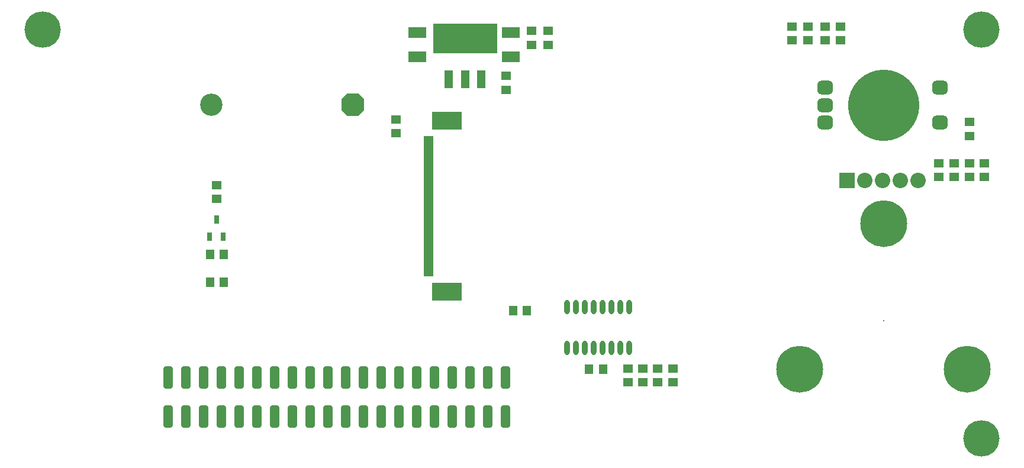
<source format=gbr>
%TF.GenerationSoftware,Altium Limited,Altium Designer,21.5.1 (32)*%
G04 Layer_Color=16711935*
%FSLAX44Y44*%
%MOMM*%
%TF.SameCoordinates,B0397303-8537-4BFB-9E0B-8F0BB310BE14*%
%TF.FilePolarity,Negative*%
%TF.FileFunction,Soldermask,Bot*%
%TF.Part,Single*%
G01*
G75*
%TA.AperFunction,SMDPad,CuDef*%
%ADD48R,1.4532X1.2032*%
%ADD49R,1.2032X1.4532*%
%ADD50R,0.8032X1.2032*%
%ADD51O,0.8032X2.0532*%
%ADD52R,4.3532X2.6032*%
%ADD53R,1.4532X0.5032*%
G04:AMPARAMS|DCode=54|XSize=1.4032mm|YSize=3.2032mm|CornerRadius=0.4016mm|HoleSize=0mm|Usage=FLASHONLY|Rotation=0.000|XOffset=0mm|YOffset=0mm|HoleType=Round|Shape=RoundedRectangle|*
%AMROUNDEDRECTD54*
21,1,1.4032,2.4000,0,0,0.0*
21,1,0.6000,3.2032,0,0,0.0*
1,1,0.8032,0.3000,-1.2000*
1,1,0.8032,-0.3000,-1.2000*
1,1,0.8032,-0.3000,1.2000*
1,1,0.8032,0.3000,1.2000*
%
%ADD54ROUNDEDRECTD54*%
%ADD55R,9.2032X4.2032*%
%ADD56R,1.2032X2.6032*%
%ADD57R,2.6032X1.6032*%
%TA.AperFunction,ViaPad*%
%ADD58C,6.7032*%
%ADD59C,0.3032*%
%TA.AperFunction,ComponentPad*%
%ADD60C,10.2032*%
G04:AMPARAMS|DCode=61|XSize=2.0032mm|YSize=2.2032mm|CornerRadius=0.5516mm|HoleSize=0mm|Usage=FLASHONLY|Rotation=270.000|XOffset=0mm|YOffset=0mm|HoleType=Round|Shape=RoundedRectangle|*
%AMROUNDEDRECTD61*
21,1,2.0032,1.1000,0,0,270.0*
21,1,0.9000,2.2032,0,0,270.0*
1,1,1.1032,-0.5500,-0.4500*
1,1,1.1032,-0.5500,0.4500*
1,1,1.1032,0.5500,0.4500*
1,1,1.1032,0.5500,-0.4500*
%
%ADD61ROUNDEDRECTD61*%
%ADD62C,2.2032*%
%ADD63R,2.2032X2.2032*%
G04:AMPARAMS|DCode=64|XSize=3.2032mm|YSize=3.2032mm|CornerRadius=0mm|HoleSize=0mm|Usage=FLASHONLY|Rotation=180.000|XOffset=0mm|YOffset=0mm|HoleType=Round|Shape=Octagon|*
%AMOCTAGOND64*
4,1,8,-1.6016,0.8008,-1.6016,-0.8008,-0.8008,-1.6016,0.8008,-1.6016,1.6016,-0.8008,1.6016,0.8008,0.8008,1.6016,-0.8008,1.6016,-1.6016,0.8008,0.0*
%
%ADD64OCTAGOND64*%

%ADD65C,3.2032*%
%TA.AperFunction,ViaPad*%
%ADD66C,5.2032*%
D48*
X1123250Y621250D02*
D03*
Y601250D02*
D03*
X1310750Y425750D02*
D03*
Y405750D02*
D03*
X1354083Y484250D02*
D03*
Y464250D02*
D03*
X1332417Y405750D02*
D03*
Y425750D02*
D03*
X751500Y595000D02*
D03*
Y615000D02*
D03*
X534253Y488281D02*
D03*
Y468281D02*
D03*
X865850Y111759D02*
D03*
Y131759D02*
D03*
X930015Y111759D02*
D03*
Y131759D02*
D03*
X277273Y394288D02*
D03*
Y374288D02*
D03*
X691500Y530561D02*
D03*
Y550561D02*
D03*
X887238Y111759D02*
D03*
Y131759D02*
D03*
X908627Y111759D02*
D03*
Y131759D02*
D03*
X727500Y615000D02*
D03*
Y595000D02*
D03*
X1354083Y405750D02*
D03*
Y425750D02*
D03*
X1375750Y405750D02*
D03*
Y425750D02*
D03*
X1100500Y621250D02*
D03*
Y601250D02*
D03*
X1147500Y621250D02*
D03*
Y601250D02*
D03*
X1170000Y621250D02*
D03*
Y601250D02*
D03*
D49*
X810300Y130759D02*
D03*
X830300D02*
D03*
X267773Y254882D02*
D03*
X287773D02*
D03*
X267773Y295270D02*
D03*
X287773D02*
D03*
X701502Y214272D02*
D03*
X721502D02*
D03*
D50*
X286731Y320739D02*
D03*
X267731D02*
D03*
X277231Y344739D02*
D03*
D51*
X867272Y161408D02*
D03*
X854572D02*
D03*
X841872D02*
D03*
X829172D02*
D03*
X816472D02*
D03*
X803772D02*
D03*
X791072D02*
D03*
X778372D02*
D03*
X867272Y219408D02*
D03*
X854572D02*
D03*
X841872D02*
D03*
X829172D02*
D03*
X816472D02*
D03*
X803772D02*
D03*
X791072D02*
D03*
X778372D02*
D03*
D52*
X607250Y486000D02*
D03*
Y242000D02*
D03*
D53*
X580250Y461500D02*
D03*
Y456500D02*
D03*
Y451500D02*
D03*
Y446500D02*
D03*
Y441500D02*
D03*
Y436500D02*
D03*
Y431500D02*
D03*
Y426500D02*
D03*
Y421500D02*
D03*
Y416500D02*
D03*
Y411500D02*
D03*
Y406500D02*
D03*
Y401500D02*
D03*
Y396500D02*
D03*
Y391500D02*
D03*
Y386500D02*
D03*
Y381500D02*
D03*
Y376500D02*
D03*
Y371500D02*
D03*
Y366500D02*
D03*
Y361500D02*
D03*
Y356500D02*
D03*
Y351500D02*
D03*
Y346500D02*
D03*
Y341500D02*
D03*
Y336500D02*
D03*
Y331500D02*
D03*
Y326500D02*
D03*
Y321500D02*
D03*
Y316500D02*
D03*
Y311500D02*
D03*
Y306500D02*
D03*
Y301500D02*
D03*
Y296500D02*
D03*
Y291500D02*
D03*
Y286500D02*
D03*
Y281500D02*
D03*
Y276500D02*
D03*
Y271500D02*
D03*
Y266500D02*
D03*
D54*
X462189Y63100D02*
D03*
X487589D02*
D03*
X512989D02*
D03*
X538389D02*
D03*
X563789D02*
D03*
X589189D02*
D03*
X614589D02*
D03*
X639989D02*
D03*
X665389D02*
D03*
X690789D02*
D03*
Y118500D02*
D03*
X665389D02*
D03*
X639989D02*
D03*
X614589D02*
D03*
X589189D02*
D03*
X563789D02*
D03*
X538389D02*
D03*
X512989D02*
D03*
X487589D02*
D03*
X462189D02*
D03*
X208150Y63100D02*
D03*
X233550D02*
D03*
X258950D02*
D03*
X284350D02*
D03*
X309750D02*
D03*
X335150D02*
D03*
X360550D02*
D03*
X385950D02*
D03*
X411350D02*
D03*
X436750D02*
D03*
Y118500D02*
D03*
X411350D02*
D03*
X385950D02*
D03*
X360550D02*
D03*
X335150D02*
D03*
X309750D02*
D03*
X284350D02*
D03*
X258950D02*
D03*
X233550D02*
D03*
X208150D02*
D03*
D55*
X632750Y603750D02*
D03*
D56*
X609750Y545750D02*
D03*
X632750D02*
D03*
X655750D02*
D03*
D57*
X564458Y577500D02*
D03*
Y612500D02*
D03*
X698000Y612500D02*
D03*
Y577500D02*
D03*
D58*
X1231500Y339000D02*
D03*
X1351250Y130750D02*
D03*
X1111500Y131000D02*
D03*
D59*
X1231750Y200000D02*
D03*
D60*
X1231755Y508634D02*
D03*
D61*
X1312505Y483634D02*
D03*
Y533634D02*
D03*
X1147505Y483634D02*
D03*
Y508634D02*
D03*
Y533634D02*
D03*
D62*
X1280800Y401000D02*
D03*
X1255400D02*
D03*
X1204600D02*
D03*
X1230000D02*
D03*
D63*
X1179200D02*
D03*
D64*
X472515Y508749D02*
D03*
D65*
X269485D02*
D03*
D66*
X1371727Y31260D02*
D03*
Y617000D02*
D03*
X28500D02*
D03*
%TF.MD5,7e6e8187025750d6c7ed3c660b1dabd1*%
M02*

</source>
